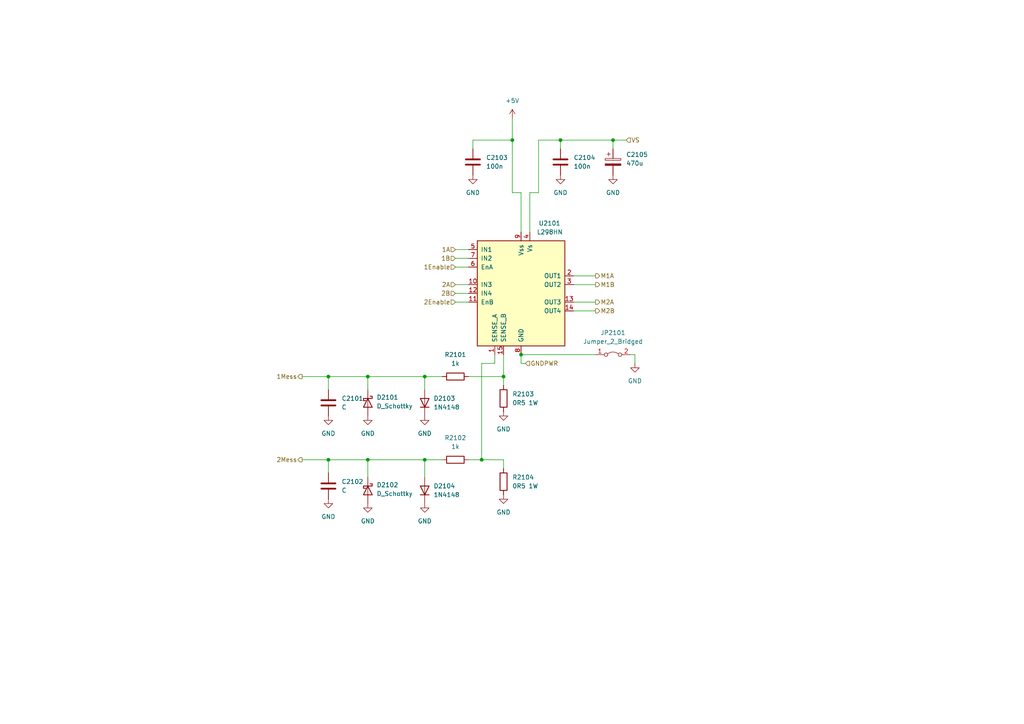
<source format=kicad_sch>
(kicad_sch (version 20211123) (generator eeschema)
  (paper "A4")
  (lib_symbols
    (symbol "Device:C" (pin_numbers hide) (pin_names (offset 0.254))
      (property "Reference" "C" (at 0.635 2.54 0))
      (property "Value" "C" (at 0.635 -2.54 0))
      (symbol "C_0_1"
        (polyline (pts (xy -2.032 -0.762) (xy 2.032 -0.762)) (stroke (width 0.508)))
        (polyline (pts (xy -2.032 0.762) (xy 2.032 0.762)) (stroke (width 0.508)))
      )
      (symbol "C_1_1"
        (pin passive line (at 0 3.81 270) (length 2.794) (name "~") (number "1"))
        (pin passive line (at 0 -3.81 90) (length 2.794) (name "~") (number "2"))
      )
    )
    (symbol "Device:C_Polarized" (pin_numbers hide) (pin_names (offset 0.254))
      (property "Reference" "C" (at 0.635 2.54 0))
      (property "Value" "C_Polarized" (at 0.635 -2.54 0))
      (symbol "C_Polarized_0_1"
        (rectangle (start -2.286 0.508) (end 2.286 1.016))
        (polyline (pts (xy -1.778 2.286) (xy -0.762 2.286)))
        (polyline (pts (xy -1.27 2.794) (xy -1.27 1.778)))
        (rectangle (start 2.286 -0.508) (end -2.286 -1.016) (fill (type outline)))
      )
      (symbol "C_Polarized_1_1"
        (pin passive line (at 0 3.81 270) (length 2.794) (name "~") (number "1"))
        (pin passive line (at 0 -3.81 90) (length 2.794) (name "~") (number "2"))
      )
    )
    (symbol "Device:D_Schottky" (pin_numbers hide) (pin_names (offset 1.016) hide)
      (property "Reference" "D" (at 0 2.54 0))
      (property "Value" "D_Schottky" (at 0 -2.54 0))
      (symbol "D_Schottky_0_1"
        (polyline (pts (xy 1.27 0) (xy -1.27 0)))
        (polyline (pts (xy 1.27 1.27) (xy 1.27 -1.27) (xy -1.27 0) (xy 1.27 1.27)) (stroke (width 0.254)))
        (polyline (pts (xy -1.905 0.635) (xy -1.905 1.27) (xy -1.27 1.27) (xy -1.27 -1.27) (xy -0.635 -1.27) (xy -0.635 -0.635)) (stroke (width 0.254)))
      )
      (symbol "D_Schottky_1_1"
        (pin passive line (at -3.81 0 0) (length 2.54) (name "K") (number "1"))
        (pin passive line (at 3.81 0 180) (length 2.54) (name "A") (number "2"))
      )
    )
    (symbol "Device:R" (pin_numbers hide) (pin_names (offset 0))
      (property "Reference" "R" (at 2.032 0 90))
      (property "Value" "R" (at 0 0 90))
      (symbol "R_0_1"
        (rectangle (start -1.016 -2.54) (end 1.016 2.54) (stroke (width 0.254)))
      )
      (symbol "R_1_1"
        (pin passive line (at 0 3.81 270) (length 1.27) (name "~") (number "1"))
        (pin passive line (at 0 -3.81 90) (length 1.27) (name "~") (number "2"))
      )
    )
    (symbol "Diode:1N4148" (pin_numbers hide) (pin_names (offset 1.016) hide)
      (property "Reference" "D" (at 0 2.54 0))
      (property "Value" "1N4148" (at 0 -2.54 0))
      (symbol "1N4148_0_1"
        (polyline (pts (xy -1.27 1.27) (xy -1.27 -1.27)) (stroke (width 0.254)))
        (polyline (pts (xy 1.27 0) (xy -1.27 0)))
        (polyline (pts (xy 1.27 1.27) (xy 1.27 -1.27) (xy -1.27 0) (xy 1.27 1.27)) (stroke (width 0.254)))
      )
      (symbol "1N4148_1_1"
        (pin passive line (at -3.81 0 0) (length 2.54) (name "K") (number "1"))
        (pin passive line (at 3.81 0 180) (length 2.54) (name "A") (number "2"))
      )
    )
    (symbol "Driver_Motor:L298HN" (pin_names (offset 1.016))
      (property "Reference" "U" (at -10.16 16.51 0))
      (property "Value" "L298HN" (at 12.7 16.51 0))
      (symbol "L298HN_0_1"
        (rectangle (start -12.7 15.24) (end 12.7 -15.24) (stroke (width 0.254)) (fill (type background)))
      )
      (symbol "L298HN_1_1"
        (pin power_in line (at -7.62 -17.78 90) (length 2.54) (name "SENSE_A") (number "1"))
        (pin input line (at -15.24 2.54 0) (length 2.54) (name "IN3") (number "10"))
        (pin input line (at -15.24 -2.54 0) (length 2.54) (name "EnB") (number "11"))
        (pin input line (at -15.24 0 0) (length 2.54) (name "IN4") (number "12"))
        (pin output line (at 15.24 -2.54 180) (length 2.54) (name "OUT3") (number "13"))
        (pin output line (at 15.24 -5.08 180) (length 2.54) (name "OUT4") (number "14"))
        (pin power_in line (at -5.08 -17.78 90) (length 2.54) (name "SENSE_B") (number "15"))
        (pin output line (at 15.24 5.08 180) (length 2.54) (name "OUT1") (number "2"))
        (pin output line (at 15.24 2.54 180) (length 2.54) (name "OUT2") (number "3"))
        (pin power_in line (at 2.54 17.78 270) (length 2.54) (name "Vs") (number "4"))
        (pin input line (at -15.24 12.7 0) (length 2.54) (name "IN1") (number "5"))
        (pin input line (at -15.24 7.62 0) (length 2.54) (name "EnA") (number "6"))
        (pin input line (at -15.24 10.16 0) (length 2.54) (name "IN2") (number "7"))
        (pin power_in line (at 0 -17.78 90) (length 2.54) (name "GND") (number "8"))
        (pin power_in line (at 0 17.78 270) (length 2.54) (name "Vss") (number "9"))
      )
    )
    (symbol "Jumper:Jumper_2_Bridged" (pin_names (offset 0) hide)
      (property "Reference" "JP" (at 0 1.905 0))
      (property "Value" "Jumper_2_Bridged" (at 0 -2.54 0))
      (symbol "Jumper_2_Bridged_0_0"
        (circle (center -2.032 0) (radius 0.508))
        (circle (center 2.032 0) (radius 0.508))
      )
      (symbol "Jumper_2_Bridged_0_1"
        (arc (start 1.524 0.254) (mid 0 0.762) (end -1.524 0.254))
      )
      (symbol "Jumper_2_Bridged_1_1"
        (pin passive line (at -5.08 0 0) (length 2.54) (name "A") (number "1"))
        (pin passive line (at 5.08 0 180) (length 2.54) (name "B") (number "2"))
      )
    )
    (symbol "power:+5V" (power) (pin_names (offset 0))
      (property "Value" "+5V" (at 0 3.556 0))
      (symbol "+5V_0_1"
        (polyline (pts (xy -0.762 1.27) (xy 0 2.54)))
        (polyline (pts (xy 0 0) (xy 0 2.54)))
        (polyline (pts (xy 0 2.54) (xy 0.762 1.27)))
      )
      (symbol "+5V_1_1"
        (pin power_in line (at 0 0 90) (length 0) hide (name "+5V") (number "1"))
      )
    )
    (symbol "power:GND" (power) (pin_names (offset 0))
      (property "Value" "GND" (at 0 -3.81 0))
      (symbol "GND_0_1"
        (polyline (pts (xy 0 0) (xy 0 -1.27) (xy 1.27 -1.27) (xy 0 -2.54) (xy -1.27 -1.27) (xy 0 -1.27)))
      )
      (symbol "GND_1_1"
        (pin power_in line (at 0 0 270) (length 0) hide (name "GND") (number "1"))
      )
    )
  )
  (junction (at 95.25 133.35))
  (junction (at 106.68 133.35))
  (junction (at 95.25 109.22))
  (junction (at 139.7 133.35))
  (junction (at 123.19 133.35))
  (junction (at 162.56 40.64))
  (junction (at 177.8 40.64))
  (junction (at 106.68 109.22))
  (junction (at 151.13 102.87))
  (junction (at 148.59 40.64))
  (junction (at 146.05 109.22))
  (junction (at 123.19 109.22))
  (wire (pts (xy 156.21 40.64) (xy 162.56 40.64)))
  (wire (pts (xy 106.68 133.35) (xy 106.68 138.43)))
  (wire (pts (xy 123.19 109.22) (xy 123.19 113.03)))
  (wire (pts (xy 177.8 43.18) (xy 177.8 40.64)))
  (wire (pts (xy 132.08 87.63) (xy 135.89 87.63)))
  (wire (pts (xy 123.19 133.35) (xy 123.19 138.43)))
  (wire (pts (xy 132.08 72.39) (xy 135.89 72.39)))
  (wire (pts (xy 139.7 133.35) (xy 146.05 133.35)))
  (wire (pts (xy 166.37 82.55) (xy 172.72 82.55)))
  (wire (pts (xy 146.05 135.89) (xy 146.05 133.35)))
  (wire (pts (xy 166.37 87.63) (xy 172.72 87.63)))
  (wire (pts (xy 156.21 55.88) (xy 156.21 40.64)))
  (wire (pts (xy 146.05 109.22) (xy 146.05 111.76)))
  (wire (pts (xy 146.05 102.87) (xy 146.05 109.22)))
  (wire (pts (xy 132.08 77.47) (xy 135.89 77.47)))
  (wire (pts (xy 123.19 133.35) (xy 106.68 133.35)))
  (wire (pts (xy 132.08 74.93) (xy 135.89 74.93)))
  (wire (pts (xy 87.63 133.35) (xy 95.25 133.35)))
  (wire (pts (xy 135.89 109.22) (xy 146.05 109.22)))
  (wire (pts (xy 166.37 80.01) (xy 172.72 80.01)))
  (wire (pts (xy 95.25 109.22) (xy 106.68 109.22)))
  (wire (pts (xy 139.7 105.41) (xy 143.51 105.41)))
  (wire (pts (xy 148.59 34.29) (xy 148.59 40.64)))
  (wire (pts (xy 162.56 40.64) (xy 162.56 43.18)))
  (wire (pts (xy 166.37 90.17) (xy 172.72 90.17)))
  (wire (pts (xy 151.13 55.88) (xy 151.13 67.31)))
  (wire (pts (xy 95.25 109.22) (xy 95.25 113.03)))
  (wire (pts (xy 152.4 105.41) (xy 151.13 105.41)))
  (wire (pts (xy 132.08 85.09) (xy 135.89 85.09)))
  (wire (pts (xy 153.67 55.88) (xy 156.21 55.88)))
  (wire (pts (xy 139.7 105.41) (xy 139.7 133.35)))
  (wire (pts (xy 148.59 55.88) (xy 151.13 55.88)))
  (wire (pts (xy 151.13 102.87) (xy 151.13 105.41)))
  (wire (pts (xy 132.08 82.55) (xy 135.89 82.55)))
  (wire (pts (xy 184.15 105.41) (xy 184.15 102.87)))
  (wire (pts (xy 153.67 67.31) (xy 153.67 55.88)))
  (wire (pts (xy 162.56 40.64) (xy 177.8 40.64)))
  (wire (pts (xy 128.27 133.35) (xy 123.19 133.35)))
  (wire (pts (xy 184.15 102.87) (xy 182.88 102.87)))
  (wire (pts (xy 123.19 109.22) (xy 128.27 109.22)))
  (wire (pts (xy 137.16 40.64) (xy 148.59 40.64)))
  (wire (pts (xy 177.8 40.64) (xy 181.61 40.64)))
  (wire (pts (xy 95.25 133.35) (xy 106.68 133.35)))
  (wire (pts (xy 148.59 40.64) (xy 148.59 55.88)))
  (wire (pts (xy 95.25 133.35) (xy 95.25 137.16)))
  (wire (pts (xy 135.89 133.35) (xy 139.7 133.35)))
  (wire (pts (xy 87.63 109.22) (xy 95.25 109.22)))
  (wire (pts (xy 137.16 43.18) (xy 137.16 40.64)))
  (wire (pts (xy 106.68 113.03) (xy 106.68 109.22)))
  (wire (pts (xy 143.51 105.41) (xy 143.51 102.87)))
  (wire (pts (xy 172.72 102.87) (xy 151.13 102.87)))
  (wire (pts (xy 106.68 109.22) (xy 123.19 109.22)))
  (hierarchical_label "M1A" (shape output) (at 172.72 80.01 0))
  (hierarchical_label "2A" (shape input) (at 132.08 82.55 180))
  (hierarchical_label "1Enable" (shape input) (at 132.08 77.47 180))
  (hierarchical_label "2Mess" (shape output) (at 87.63 133.35 180))
  (hierarchical_label "1B" (shape input) (at 132.08 74.93 180))
  (hierarchical_label "1Mess" (shape output) (at 87.63 109.22 180))
  (hierarchical_label "M1B" (shape output) (at 172.72 82.55 0))
  (hierarchical_label "VS" (shape input) (at 181.61 40.64 0))
  (hierarchical_label "2Enable" (shape input) (at 132.08 87.63 180))
  (hierarchical_label "M2A" (shape output) (at 172.72 87.63 0))
  (hierarchical_label "1A" (shape input) (at 132.08 72.39 180))
  (hierarchical_label "M2B" (shape output) (at 172.72 90.17 0))
  (hierarchical_label "GNDPWR" (shape input) (at 152.4 105.41 0))
  (hierarchical_label "2B" (shape input) (at 132.08 85.09 180))
  (symbol (lib_id "Jumper:Jumper_2_Bridged") (at 177.8 102.87 0) (unit 1)
    (property "Reference" "JP2101" (at 177.8 96.52 0))
    (property "Value" "Jumper_2_Bridged" (at 177.8 99.06 0))
  )
  (symbol (lib_id "power:GND") (at 162.56 50.8 0) (unit 1)
    (property "Reference" "#PWR02111" (effects hide))
    (property "Value" "GND" (at 162.56 55.88 0))
  )
  (symbol (lib_id "power:GND") (at 177.8 50.8 0) (unit 1)
    (property "Reference" "#PWR02112" (effects hide))
    (property "Value" "GND" (at 177.8 55.88 0))
  )
  (symbol (lib_id "Device:R") (at 146.05 139.7 0) (unit 1)
    (property "Reference" "R2104" (at 148.59 138.4299 0) (effects (justify left)))
    (property "Value" "0R5 1W" (at 148.59 140.9699 0) (effects (justify left)))
  )
  (symbol (lib_id "power:GND") (at 146.05 119.38 0) (unit 1)
    (property "Reference" "#PWR02108" (effects hide))
    (property "Value" "GND" (at 146.05 124.46 0))
  )
  (symbol (lib_id "Device:R") (at 132.08 109.22 90) (unit 1)
    (property "Reference" "R2101" (at 132.08 102.87 90))
    (property "Value" "1k" (at 132.08 105.41 90))
  )
  (symbol (lib_id "Device:C") (at 162.56 46.99 0) (unit 1)
    (property "Reference" "C2104" (at 166.37 45.7199 0) (effects (justify left)))
    (property "Value" "100n" (at 166.37 48.2599 0) (effects (justify left)))
  )
  (symbol (lib_id "Diode:1N4148") (at 123.19 116.84 90) (unit 1)
    (property "Reference" "D2103" (at 125.73 115.5699 90) (effects (justify right)))
    (property "Value" "1N4148" (at 125.73 118.1099 90) (effects (justify right)))
    (property "Footprint" "Diode_THT:D_DO-35_SOD27_P7.62mm_Horizontal" (effects hide))
    (property "Datasheet" "https://assets.nexperia.com/documents/data-sheet/1N4148_1N4448.pdf" (effects hide))
  )
  (symbol (lib_id "Device:D_Schottky") (at 106.68 142.24 270) (unit 1)
    (property "Reference" "D2102" (at 109.22 140.6524 90) (effects (justify left)))
    (property "Value" "D_Schottky" (at 109.22 143.1924 90) (effects (justify left)))
  )
  (symbol (lib_id "Device:C") (at 95.25 140.97 0) (unit 1)
    (property "Reference" "C2102" (at 99.06 139.6999 0) (effects (justify left)))
    (property "Value" "C" (at 99.06 142.2399 0) (effects (justify left)))
  )
  (symbol (lib_id "power:GND") (at 184.15 105.41 0) (unit 1)
    (property "Reference" "#PWR02113" (effects hide))
    (property "Value" "GND" (at 184.15 110.49 0))
  )
  (symbol (lib_id "Device:R") (at 146.05 115.57 0) (unit 1)
    (property "Reference" "R2103" (at 148.59 114.2999 0) (effects (justify left)))
    (property "Value" "0R5 1W" (at 148.59 116.8399 0) (effects (justify left)))
  )
  (symbol (lib_id "power:GND") (at 106.68 120.65 0) (unit 1)
    (property "Reference" "#PWR02103" (effects hide))
    (property "Value" "GND" (at 106.68 125.73 0))
  )
  (symbol (lib_id "power:GND") (at 95.25 144.78 0) (unit 1)
    (property "Reference" "#PWR02102" (effects hide))
    (property "Value" "GND" (at 95.25 149.86 0))
  )
  (symbol (lib_id "power:GND") (at 137.16 50.8 0) (unit 1)
    (property "Reference" "#PWR02107" (effects hide))
    (property "Value" "GND" (at 137.16 55.88 0))
  )
  (symbol (lib_id "power:GND") (at 95.25 120.65 0) (unit 1)
    (property "Reference" "#PWR02101" (effects hide))
    (property "Value" "GND" (at 95.25 125.73 0))
  )
  (symbol (lib_id "Driver_Motor:L298HN") (at 151.13 85.09 0) (unit 1)
    (property "Reference" "U2101" (at 156.21 64.77 0) (effects (justify left)))
    (property "Value" "L298HN" (at 155.6894 67.31 0) (effects (justify left)))
    (property "Footprint" "Package_TO_SOT_THT:TO-220-15_P2.54x2.54mm_StaggerOdd_Lead4.58mm_Vertical" (effects hide))
    (property "Datasheet" "http://www.st.com/st-web-ui/static/active/en/resource/technical/document/datasheet/CD00000240.pdf" (effects hide))
  )
  (symbol (lib_id "Diode:1N4148") (at 123.19 142.24 90) (unit 1)
    (property "Reference" "D2104" (at 125.73 140.9699 90) (effects (justify right)))
    (property "Value" "1N4148" (at 125.73 143.5099 90) (effects (justify right)))
    (property "Footprint" "Diode_THT:D_DO-35_SOD27_P7.62mm_Horizontal" (effects hide))
    (property "Datasheet" "https://assets.nexperia.com/documents/data-sheet/1N4148_1N4448.pdf" (effects hide))
  )
  (symbol (lib_id "power:GND") (at 106.68 146.05 0) (unit 1)
    (property "Reference" "#PWR02104" (effects hide))
    (property "Value" "GND" (at 106.68 151.13 0))
  )
  (symbol (lib_id "power:GND") (at 123.19 146.05 0) (unit 1)
    (property "Reference" "#PWR02106" (effects hide))
    (property "Value" "GND" (at 123.19 151.13 0))
  )
  (symbol (lib_id "Device:D_Schottky") (at 106.68 116.84 270) (unit 1)
    (property "Reference" "D2101" (at 109.22 115.2524 90) (effects (justify left)))
    (property "Value" "D_Schottky" (at 109.22 117.7924 90) (effects (justify left)))
  )
  (symbol (lib_id "power:GND") (at 123.19 120.65 0) (unit 1)
    (property "Reference" "#PWR02105" (effects hide))
    (property "Value" "GND" (at 123.19 125.73 0))
  )
  (symbol (lib_id "Device:C") (at 95.25 116.84 0) (unit 1)
    (property "Reference" "C2101" (at 99.06 115.5699 0) (effects (justify left)))
    (property "Value" "C" (at 99.06 118.1099 0) (effects (justify left)))
  )
  (symbol (lib_id "Device:C_Polarized") (at 177.8 46.99 0) (unit 1)
    (property "Reference" "C2105" (at 181.61 44.8309 0) (effects (justify left)))
    (property "Value" "470u" (at 181.61 47.3709 0) (effects (justify left)))
  )
  (symbol (lib_id "Device:R") (at 132.08 133.35 90) (unit 1)
    (property "Reference" "R2102" (at 132.08 127 90))
    (property "Value" "1k" (at 132.08 129.54 90))
  )
  (symbol (lib_id "power:+5V") (at 148.59 34.29 0) (unit 1)
    (property "Reference" "#PWR02110" (effects hide))
    (property "Value" "+5V" (at 148.59 29.21 0))
  )
  (symbol (lib_id "Device:C") (at 137.16 46.99 0) (unit 1)
    (property "Reference" "C2103" (at 140.97 45.7199 0) (effects (justify left)))
    (property "Value" "100n" (at 140.97 48.2599 0) (effects (justify left)))
  )
  (symbol (lib_id "power:GND") (at 146.05 143.51 0) (unit 1)
    (property "Reference" "#PWR02109" (effects hide))
    (property "Value" "GND" (at 146.05 148.59 0))
  )
)
</source>
